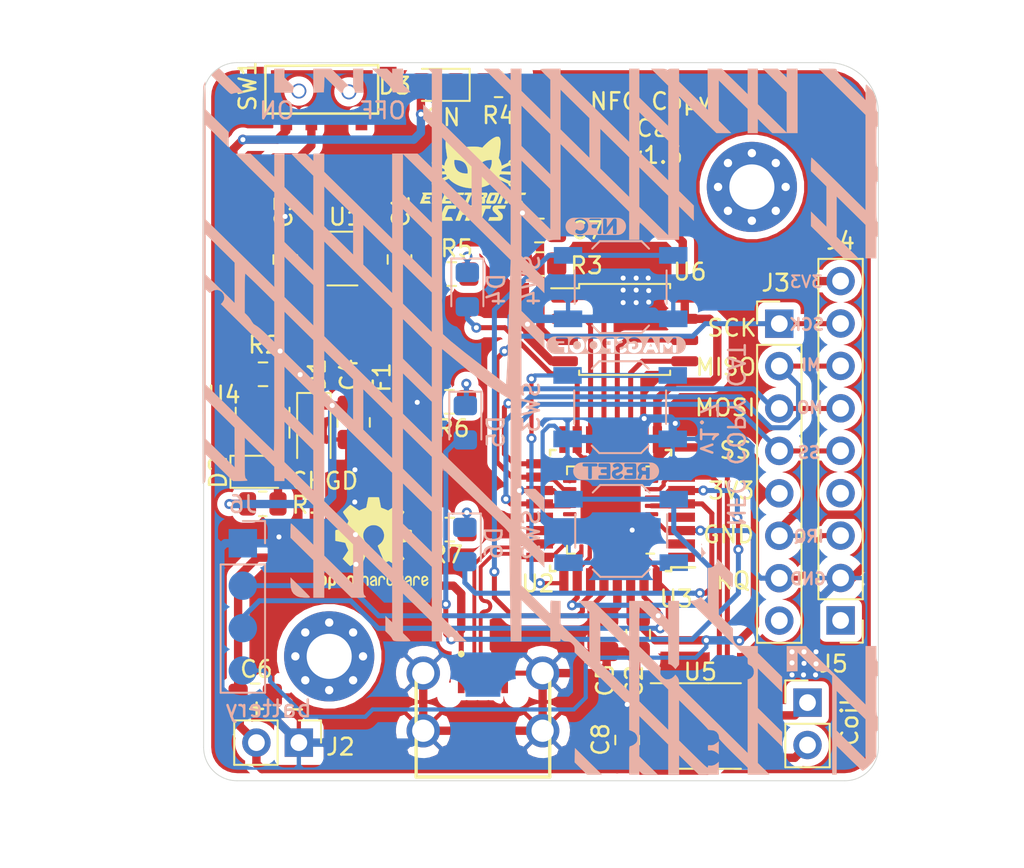
<source format=kicad_pcb>
(kicad_pcb (version 20221018) (generator pcbnew)
  (title_block (title "NFC Copy Cat") (date "2020-04-15") (rev "1.5") (company "Electronic Cats ") (comment 1 "Juan Eduardo Rangel") (comment 2 "Montserrat Figueroa") (comment 3 "Eduardo Contreras"))
  (layers (0 "F.Cu" signal) (31 "B.Cu" signal) (34 "B.Paste" user) (35 "F.Paste" user) (36 "B.SilkS" user "B.Silkscreen") (37 "F.SilkS" user "F.Silkscreen") (38 "B.Mask" user) (39 "F.Mask" user) (44 "Edge.Cuts" user))
  (net 0 "")
  (net 1 "+3V3")
  (net 2 "GND")
  (net 3 "VCC")
  (net 4 "Net-(D3-Pad1)")
  (net 5 "Net-(F1-Pad2)")
  (net 6 "/D-")
  (net 7 "/D+")
  (net 8 "Net-(J1-Pad4)")
  (net 9 "/SWDIO")
  (net 10 "/SWCLK")
  (net 11 "/13(SCK)")
  (net 12 "/12(MISO)")
  (net 13 "/11(MOSI)")
  (net 14 "/10(SS)")
  (net 15 "/IRQ")
  (net 16 "/OUTA")
  (net 17 "/OUTB")
  (net 18 "/RESET")
  (net 19 "Net-(U3-Pad1)")
  (net 20 "/IN_A")
  (net 21 "/IN_B")
  (net 22 "/SW1")
  (net 23 "/SW2")
  (net 24 "Net-(D4-Pad1)")
  (net 25 "+BATT")
  (net 26 "/LED1")
  (net 27 "/LED2")
  (net 28 "/LED3")
  (net 29 "Net-(D5-Pad1)")
  (net 30 "/RSTOUT")
  (net 31 "/SS1")
  (net 32 "/MISO1")
  (net 33 "/SCK1")
  (net 34 "/MOSI1")
  (net 35 "/VDDCORE")
  (net 36 "Net-(D2-Pad2)")
  (net 37 "Net-(D2-Pad1)")
  (net 38 "Net-(J3-Pad8)")
  (net 39 "Net-(J4-Pad1)")
  (net 40 "Net-(R2-Pad2)")
  (net 41 "Net-(U2-Pad22)")
  (net 42 "Net-(U2-Pad21)")
  (net 43 "Net-(U2-Pad16)")
  (net 44 "Net-(U2-Pad4)")
  (net 45 "Net-(U2-Pad2)")
  (net 46 "Net-(U2-Pad1)")
  (net 47 "Net-(U3-Pad22)")
  (net 48 "Net-(U3-Pad21)")
  (net 49 "Net-(U3-Pad16)")
  (net 50 "Net-(U3-Pad4)")
  (net 51 "Net-(U3-Pad2)")
  (net 52 "Net-(U5-Pad1)")
  (net 53 "Net-(U5-Pad8)")
  (net 54 "Net-(D6-Pad1)")
  (net 55 "Net-(C3-Pad1)")
  (footprint "MountingHole:MountingHole_2.7mm_M2.5_Pad_Via" (layer "F.Cu") (at 135.218109 84.75)
    (fp_text reference " ")
    (fp_text value "MountingHole_2.7mm_M2.5_Pad_Via")
  )
  (footprint "Connector_PinHeader_2.54mm:PinHeader_1x02_P2.54mm_Vertical" (layer "F.Cu") (at 133.4008 89.916 -90)
    (fp_text reference "J2")
    (fp_text value "Battery")
  )
  (footprint "Package_TO_SOT_SMD:SOT-23-5" (layer "F.Cu") (at 131.23 70.76 90)
    (fp_text reference "U4")
    (fp_text value "MCP73831-2-OT")
  )
  (footprint "Capacitor_SMD:C_0805_2012Metric_Pad1.15x1.40mm_HandSolder" (layer "F.Cu") (at 151.83 83.435 -90)
    (fp_text reference "C5")
    (fp_text value "1uf")
  )
  (footprint "Connector_PinHeader_2.54mm:PinHeader_1x09_P2.54mm_Vertical" (layer "F.Cu") (at 165.84 82.6 180)
    (fp_text reference "J4")
    (fp_text value "Adafruit NFC 1.0")
  )
  (footprint "Capacitor_SMD:C_0805_2012Metric_Pad1.15x1.40mm_HandSolder" (layer "F.Cu") (at 153.72 83.425 -90)
    (fp_text reference "C2")
    (fp_text value "0.1uf")
  )
  (footprint "Capacitor_SMD:C_0805_2012Metric_Pad1.15x1.40mm_HandSolder" (layer "F.Cu") (at 139.43 60.985 -90)
    (fp_text reference "C1")
    (fp_text value "10uf")
  )
  (footprint "Connector_PinHeader_2.54mm:PinHeader_1x08_P2.54mm_Vertical" (layer "F.Cu") (at 162.17 64.83)
    (fp_text reference "J3")
    (fp_text value "NFC Module V3")
  )
  (footprint "Resistor_SMD:R_0805_2012Metric_Pad1.15x1.40mm_HandSolder" (layer "F.Cu") (at 142.44 77.16 180)
    (fp_text reference "R7")
    (fp_text value "330")
  )
  (footprint "Capacitor_SMD:C_0805_2012Metric_Pad1.15x1.40mm_HandSolder" (layer "F.Cu") (at 136.42 70.74 -90)
    (fp_text reference "C4")
    (fp_text value "1uf")
  )
  (footprint "Package_TO_SOT_SMD:SOT-23-5_HandSoldering" (layer "F.Cu") (at 136.01 60.93)
    (fp_text reference "U1")
    (fp_text value "AP2112K-3.3TRG1")
  )
  (footprint "Package_SO:SOIC-8_5.23x5.23mm_P1.27mm" (layer "F.Cu") (at 152.91 65.175)
    (fp_text reference "U6")
    (fp_text value "GD25Q16C")
  )
  (footprint "Resistor_SMD:R_0805_2012Metric_Pad1.15x1.40mm_HandSolder" (layer "F.Cu") (at 147.815 61.26)
    (fp_text reference "R3")
    (fp_text value "10K")
  )
  (footprint "Capacitor_SMD:C_0805_2012Metric_Pad1.15x1.40mm_HandSolder" (layer "F.Cu") (at 132.59 60.99 90)
    (fp_text reference "C3")
    (fp_text value "10uf")
  )
  (footprint "Resistor_SMD:R_0805_2012Metric_Pad1.15x1.40mm_HandSolder" (layer "F.Cu") (at 131.255 67.86 180)
    (fp_text reference "R2")
    (fp_text value "2.2k")
  )
  (footprint "MountingHole:MountingHole_2.7mm_M2.5_Pad_Via" (layer "F.Cu") (at 160.528 56.642)
    (fp_text reference " ")
    (fp_text value "MountingHole_2.7mm_M2.5_Pad_Via")
  )
  (footprint "Connector_PinHeader_2.54mm:PinHeader_1x02_P2.54mm_Vertical" (layer "F.Cu") (at 163.86 87.52)
    (fp_text reference "J5")
    (fp_text value "Conn_01x02")
  )
  (footprint "Connectors:U254051N4BH806" (layer "F.Cu") (at 144.4244 88.2396)
    (fp_text reference "J1")
    (fp_text value "USB_B_Micro" hide)
  )
  (footprint "LED_SMD:LED_0805_2012Metric_Pad1.15x1.40mm_HandSolder" (layer "F.Cu") (at 131.165 73.7)
    (fp_text reference "D2")
    (fp_text value "LED")
  )
  (footprint "Capacitor_SMD:C_0805_2012Metric_Pad1.15x1.40mm_HandSolder" (layer "F.Cu") (at 153.06 89.76 90)
    (fp_text reference "C8")
    (fp_text value "10uf")
  )
  (footprint "Capacitor_SMD:C_0805_2012Metric_Pad1.15x1.40mm_HandSolder" (layer "F.Cu") (at 147.805 59.25 180)
    (fp_text reference "C7")
    (fp_text value "0.1uF")
  )
  (footprint "Resistor_SMD:R_0805_2012Metric_Pad1.15x1.40mm_HandSolder" (layer "F.Cu") (at 142.415 69.51 180)
    (fp_text reference "R6")
    (fp_text value "330")
  )
  (footprint "Package_DFN_QFN:QFN-32-1EP_5x5mm_P0.5mm_EP3.6x3.6mm" (layer "F.Cu") (at 152.07 75.99 180)
    (fp_text reference "U2")
    (fp_text value "ATSAMD21E18A")
  )
  (footprint "Package_QFP:TQFP-32_7x7mm_P0.8mm" (layer "F.Cu") (at 152.07 76.02 180)
    (fp_text reference "U3")
    (fp_text value "ATSAMD21E18A")
  )
  (footprint "Package_SO:SOIC-8_3.9x4.9mm_P1.27mm" (layer "F.Cu") (at 157.92 88.92)
    (fp_text reference "U5")
    (fp_text value "TC4424")
  )
  (footprint "Resistor_SMD:R_0805_2012Metric" (layer "F.Cu") (at 131.24 75.62)
    (fp_text reference "R1")
    (fp_text value "1k")
  )
  (footprint "Fuse:Fuse_0805_2012Metric_Pad1.15x1.40mm_HandSolder" (layer "F.Cu") (at 138.36 70.74 -90)
    (fp_text reference "F1")
    (fp_text value "Polyfuse")
  )
  (footprint "LED_SMD:LED_0805_2012Metric_Pad1.15x1.40mm_HandSolder" (layer "F.Cu") (at 141.77 50.53 180)
    (fp_text reference "D3")
    (fp_text value "LED")
  )
  (footprint "hardware:Micro_interruptor_SPDT" (layer "F.Cu") (at 138.65 49.55 -90)
    (fp_text reference "SW1")
    (fp_text value "ON/OFF")
  )
  (footprint "Resistor_SMD:R_0805_2012Metric" (layer "F.Cu") (at 145.36 50.53)
    (fp_text reference "R4")
    (fp_text value "330")
  )
  (footprint "Resistor_SMD:R_0805_2012Metric_Pad1.15x1.40mm_HandSolder" (layer "F.Cu") (at 142.555 61.86 180)
    (fp_text reference "R5")
    (fp_text value "330")
  )
  (footprint "Aesthetics:electronic_cats_logo_4x3" (layer "F.Cu") (at 143.83 56.15)
    (fp_text reference "G***" hide)
    (fp_text value "LOGO" hide)
  )
  (footprint "Symbol:OSHW-Logo2_7.3x6mm_SilkScreen" (layer "F.Cu") (at 137.88 77.98)
    (fp_text reference "REF**" hide)
    (fp_text value "OSHW-Logo2_7.3x6mm_SilkScreen" hide)
  )
  (footprint "Capacitor_SMD:C_0805_2012Metric_Pad1.15x1.40mm_HandSolder" (layer "F.Cu") (at 130.79 87.09)
    (fp_text reference "C6")
    (fp_text value "10uf")
  )
  (footprint "Diode_SMD:D_SOD-123" (layer "F.Cu") (at 134.3 71.23 -90)
    (fp_text reference "D1")
    (fp_text value "MBR120")
  )
  (footprint "LED_SMD:LED_0805_2012Metric_Pad1.15x1.40mm_HandSolder" (layer "B.Cu") (at 143.37 70.765 -90)
    (fp_text reference "D5")
    (fp_text value "LED")
  )
  (footprint "LED_SMD:LED_0805_2012Metric_Pad1.15x1.40mm_HandSolder" (layer "B.Cu") (at 143.34 78.055 -90)
    (fp_text reference "D6")
    (fp_text value "LED")
  )
  (footprint "Connector_PinHeader_2.54mm:PinHeader_1x04_P2.54mm_Vertical" (layer "B.Cu") (at 130.048 77.978 180)
    (fp_text reference "J6")
    (fp_text value "SWD")
  )
  (footprint "Aesthetics:nfc_front" (layer "B.Cu") (at 147.86 70.56 180)
    (fp_text reference "G***" hide)
    (fp_text value "LOGO" hide)
  )
  (footprint "Button_Switch_SMD:SW_SPST_TL3342" (layer "B.Cu") (at 152.7 77.24)
    (fp_text reference "SW2")
    (fp_text value "RST")
  )
  (footprint "Button_Switch_SMD:SW_SPST_TL3342" (layer "B.Cu") (at 152.67 62.64)
    (fp_text reference "SW4")
    (fp_text value "NFC")
  )
  (footprint "Button_Switch_SMD:SW_SPST_TL3342" (layer "B.Cu") (at 152.64 69.83)
    (fp_text reference "SW3")
    (fp_text value "Magspoof")
  )
  (footprint "LED_SMD:LED_0805_2012Metric_Pad1.15x1.40mm_HandSolder" (layer "B.Cu") (at 143.49 62.79 -90)
    (fp_text reference "D4")
    (fp_text value "LED")
  )
  (footprint "kibuzzard-6234C9F1" (layer "B.Cu") (at 152.4 66.1162 180)
    (fp_text reference "kibuzzard-6234C9F1" hide)
    (fp_text value "G***" hide)
  )
  (footprint "kibuzzard-6234C9FD" (layer "B.Cu") (at 151.1808 59.0042 180)
    (fp_text reference "kibuzzard-6234C9FD" hide)
    (fp_text value "G***" hide)
  )
  (footprint "kibuzzard-6234C9E0" (layer "B.Cu") (at 152.4 73.66 180)
    (fp_text reference "kibuzzard-6234C9E0" hide)
    (fp_text value "G***" hide)
  )
  (gr_line (start 166.1 92.2) (end 129.7 92.2) (stroke (width 0.05)) (layer "Edge.Cuts"))
  (gr_line (start 127.7 90.2) (end 127.7 51.2) (stroke (width 0.05)) (layer "Edge.Cuts"))
  (gr_line (start 168.1 52.2) (end 168.1 90.2) (stroke (width 0.05)) (layer "Edge.Cuts"))
  (gr_line (start 129.7 49.2) (end 165.1 49.2) (stroke (width 0.05)) (layer "Edge.Cuts"))
  (gr_arc (start 127.7 51.2) (mid 128.285786 49.785786) (end 129.7 49.2) (stroke (width 0.05)) (layer "Edge.Cuts"))
  (gr_arc (start 165.1 49.2) (mid 167.22132 50.07868) (end 168.1 52.2) (stroke (width 0.05)) (layer "Edge.Cuts"))
  (gr_arc (start 168.1 90.2) (mid 167.514214 91.614214) (end 166.1 92.2) (stroke (width 0.05)) (layer "Edge.Cuts"))
  (gr_arc (start 129.7 92.2) (mid 128.285786 91.614214) (end 127.7 90.2) (stroke (width 0.05)) (layer "Edge.Cuts"))
  (gr_text "OFF\n" (at 138.43 52.07) (layer "B.SilkS") (effects (font (size 1 1)) (justify mirror)))
  (gr_text "ON\n" (at 132.08 52.07) (layer "B.SilkS") (effects (font (size 1 1)) (justify mirror)))
  (gr_text "MO" (at 164 69.86) (layer "B.SilkS") (effects (font (size 0.7 0.7)) (justify mirror)))
  (gr_text "SCK" (at 163.81 64.88) (layer "B.SilkS") (effects (font (size 0.7 0.7)) (justify mirror)))
  (gr_text "3V3" (at 163.78 62.32) (layer "B.SilkS") (effects (font (size 0.7 0.7) (thickness 0.125)) (justify mirror)))
  (gr_text "IRQ" (at 163.94 77.57) (layer "B.SilkS") (effects (font (size 0.7 0.7)) (justify mirror)))
  (gr_text "battery" (at 131.58 87.88) (layer "B.SilkS") (effects (font (size 1 1)) (justify mirror)))
  (gr_text "SS" (at 163.95 72.55) (layer "B.SilkS") (effects (font (size 0.7 0.7)) (justify mirror)))
  (gr_text "NFC COPY CAT \nv1.7" (at 158.75 71.12 270) (layer "B.SilkS") (effects (font (size 1 1)) (justify mirror)))
  (gr_text "GND" (at 163.89 80.11) (layer "B.SilkS") (effects (font (size 0.7 0.7)) (justify mirror)))
  (gr_text "MI" (at 164.06 67.3) (layer "B.SilkS") (effects (font (size 0.7 0.7)) (justify mirror)))
  (gr_text "-" (at 133.2 88 180) (layer "F.SilkS") (effects (font (size 1 1))))
  (gr_text "MOSI" (at 158.93 69.86) (layer "F.SilkS") (effects (font (size 1 1))))
  (gr_text "SCK" (at 159.34 65.09) (layer "F.SilkS") (effects (font (size 1 1))))
  (gr_text "GND" (at 159.13 77.46) (layer "F.SilkS") (effects (font (size 1 1))))
  (gr_text "+" (at 130.8 87.9 90) (layer "F.SilkS") (effects (font (size 1 1))))
  (gr_text "NFC Copy \nCat\nv1.6" (at 154.83 53.13) (layer "F.SilkS") (effects (font (size 1 1))))
  (gr_text "SS" (at 159.54 72.41) (layer "F.SilkS") (effects (font (size 1 1))))
  (gr_text "CHGD" (at 134.93 74.25) (layer "F.SilkS") (effects (font (size 1 1))))
  (gr_text "MISO" (at 158.97 67.43) (layer "F.SilkS") (effects (font (size 1 1))))
  (gr_text "ON" (at 142.03 52.48) (layer "F.SilkS") (effects (font (size 1 1))))
  (gr_text "3V3" (at 159.3 74.83) (layer "F.SilkS") (effects (font (size 1 1))))
  (gr_text "IRQ" (at 159.17 80.22) (layer "F.SilkS") (effects (font (size 1 1))))
  (gr_text "Coil" (at 166.38 88.68 90) (layer "F.SilkS") (effects (font (size 1 1))))
  (segment (start 155.91 68.31) (end 158.16 68.31) (width 0.5) (layer "F.Cu") (net 1))
  (segment (start 158.16 68.31) (end 158.46 68.01) (width 0.5) (layer "F.Cu") (net 1))
  (segment (start 155.504998 72.24) (end 154.87 72.874998) (width 0.5) (layer "F.Cu") (net 1))
  (segment (start 139.46 59.93) (end 139.43 59.96) (width 0.5) (layer "F.Cu") (net 1))
  (segment (start 139.43 59.96) (end 144.53 59.96) (width 0.5) (layer "F.Cu") (net 1))
  (segment (start 153.27 79.534301) (end 153.27 80.27) (width 0.25) (layer "F.Cu") (net 1))
  (segment (start 154.87 73.07) (end 154.4 73.54) (width 0.5) (layer "F.Cu") (net 1))
  (segment (start 160.71 72.96) (end 159.99 72.24) (width 0.5) (layer "F.Cu") (net 1))
  (segment (start 156.51 63.27) (end 156.51 62.55) (width 0.5) (layer "F.Cu") (net 1))
  (segment (start 156.51 64.54) (end 156.51 63.27) (width 0.5) (layer "F.Cu") (net 1))
  (segment (start 144.53 59.96) (end 145.2 60.63) (width 0.5) (layer "F.Cu") (net 1))
  (segment (start 139.43 59.96) (end 137.38 59.96) (width 0.5) (layer "F.Cu") (net 1))
  (segment (start 156.39 62.43) (end 156.51 62.55) (width 0.5) (layer "F.Cu") (net 1))
  (segment (start 161.145 74.835) (end 161.3 74.99) (width 0.5) (layer "F.Cu") (net 1))
  (segment (start 160.71 75.27) (end 161.145 74.835) (width 0.5) (layer "F.Cu") (net 1))
  (segment (start 160.71 74.4) (end 160.71 75.27) (width 0.5) (layer "F.Cu") (net 1))
  (segment (start 146.79 61.26) (end 147.33 61.26) (width 0.5) (layer "F.Cu") (net 1))
  (segment (start 156.39 61.89) (end 156.78 62.28) (width 0.5) (layer "F.Cu") (net 1))
  (segment (start 155.7 59.25) (end 148.83 59.25) (width 0.5) (layer "F.Cu") (net 1))
  (segment (start 157.99 64.54) (end 156.51 64.54) (width 0.5) (layer "F.Cu") (net 1))
  (segment (start 155.34 72.24) (end 154.87 71.77) (width 0.5) (layer "F.Cu") (net 1))
  (segment (start 156.78 62.28) (end 165.84 62.28) (width 0.5) (layer "F.Cu") (net 1))
  (segment (start 147.86499 61.76499) (end 147.36 61.26) (width 0.5) (layer "F.Cu") (net 1))
  (segment (start 147.84 60.75) (end 147.84 59.61) (width 0.5) (layer "F.Cu") (net 1))
  (segment (start 159.99 72.24) (end 155.504998 72.24) (width 0.5) (layer "F.Cu") (net 1))
  (segment (start 154.4 73.54) (end 153.84501 73.54) (width 0.3) (layer "F.Cu") (net 1))
  (segment (start 160.71 82.89) (end 160.71 75.57) (width 0.5) (layer "F.Cu") (net 1))
  (segment (start 160.71 75.57) (end 160.72 75.57) (width 0.5) (layer "F.Cu") (net 1))
  (segment (start 156.39 61.89) (end 156.39 62.43) (width 0.5) (layer "F.Cu") (net 1))
  (segment (start 145.56 61.26) (end 145.2 60.9) (width 0.5) (layer "F.Cu") (net 1))
  (segment (start 159.78 83.82) (end 160.71 82.89) (width 0.5) (layer "F.Cu") (net 1))
  (segment (start 155.504998 72.24) (end 155.34 72.24) (width 0.5) (layer "F.Cu") (net 1))
  (segment (start 154.754256 83.79) (end 157.8 83.79) (width 0.5) (layer "F.Cu") (net 1))
  (segment (start 147.84 60.75) (end 147.84 60.9) (width 0.5) (layer "F.Cu") (net 1))
  (segment (start 147.33 61.26) (end 147.84 60.75) (width 0.5) (layer "F.Cu") (net 1))
  (segment (start 153.27 80.27) (end 153.27 81.95) (width 0.5) (layer "F.Cu") (net 1))
  (segment (start 147.86499 65.16499) (end 147.86499 61.76499) (width 0.5) (layer "F.Cu") (net 1))
  (segment (start 140.95 59.96) (end 139.43 59.96) (width 0.5) (layer "F.Cu") (net 1))
  (segment (start 156.39 61.89) (end 156.39 59.94) (width 0.5) (layer "F.Cu") (net 1))
  (segment (start 156.39 59.94) (end 155.7 59.25) (width 0.5) (layer "F.Cu") (net 1))
  (segment (start 145.2 60.9) (end 145.2 60.63) (width 0.5) (layer "F.Cu") (net 1))
  (segment (start 152.82 79.084301) (end 153.27 79.534301) (width 0.25) (layer "F.Cu") (net 1))
  (segment (start 153.27 81.95) (end 153.72 82.4) (width 0.5) (layer "F.Cu") (net 1))
  (segment (start 148.51 65.81) (end 147.86499 65.16499) (width 0.5) (layer "F.Cu") (net 1))
  (segment (start 156.51 62.55) (end 156.78 62.28) (width 0.5) (layer "F.Cu") (net 1))
  (segment (start 160.71 75.57) (end 160.71 75.27) (width 0.5) (layer "F.Cu") (net 1))
  (segment (start 153.72 82.4) (end 153.72 82.755744) (width 0.5) (layer "F.Cu") (net 1))
  (segment (start 147.86499 60.92499) (end 147.86499 61.76499) (width 0.5) (layer "F.Cu") (net 1))
  (segment (start 147.36 61.26) (end 146.79 61.26) (width 0.5) (layer "F.Cu") (net 1))
  (segment (start 148.2 59.25) (end 148.83 59.25) (width 0.5) (layer "F.Cu") (net 1))
  (segment (start 146.79 61.26) (end 145.56 61.26) (width 0.5) (layer "F.Cu") (net 1))
  (segment (start 137.38 59.96) (end 137.36 59.98) (width 0.5) (layer "F.Cu") (net 1))
  (segment (start 147.84 60.9) (end 147.86499 60.92499) (width 0.5) (layer "F.Cu") (net 1))
  (segment (start 154.87 72.874998) (end 154.87 73.07) (width 0.5) (layer "F.Cu") (net 1))
  (segment (start 160.72 75.57) (end 161.3 74.99) (width 0.5) (layer "F.Cu") (net 1))
  (segment (start 161.3 74.99) (end 162.17 74.99) (width 0.5) (layer "F.Cu") (net 1))
  (segment (start 152.82 78.44) (end 152.82 79.084301) (width 0.25) (layer "F.Cu") (net 1))
  (segment (start 158.46 68.01) (end 158.46 65.01) (width 0.5) (layer "F.Cu") (net 1))
  (segment (start 147.84 59.61) (end 148.2 59.25) (width 0.5) (layer "F.Cu") (net 1))
  (segment (start 160.71 74.4) (end 160.71 72.96) (width 0.5) (layer "F.Cu") (net 1))
  (segment (start 149.31 65.81) (end 148.51 65.81) (width 0.5) (layer "F.Cu") (net 1))
  (segment (start 154.87 71.77) (end 154.87 73.07) (width 0.5) (layer "F.Cu") (net 1))
  (segment (start 154.87 71.77) (end 154.87 69.35) (width 0.5) (layer "F.Cu") (net 1))
  (segment (start 158.46 65.01) (end 157.99 64.54) (width 0.5) (layer "F.Cu") (net 1))
  (segment (start 160.71 74.4) (end 161.145 74.835) (width 0.5) (layer "F.Cu") (net 1))
  (segment (start 153.72 82.755744) (end 154.754256 83.79) (width 0.5) (layer "F.Cu") (net 1))
  (segment (start 154.87 69.35) (end 155.91 68.31) (width 0.5) (layer "F.Cu") (net 1))
  (via (at 159.78 83.82) (size 0.6) (drill 0.3) (layers "F.Cu" "B.Cu") (net 1))
  (via (at 157.8 83.79) (size 0.6) (drill 0.3) (layers "F.Cu" "B.Cu") (net 1))
  (segment (start 137.38 88.37) (end 137.820401 87.929599) (width 0.25) (layer "B.Cu") (net 1))
  (segment (start 157.8 83.79) (end 159.75 83.79) (width 0.5) (layer "B.Cu") (net 1))
  (segment (start 150.58 85.28) (end 151.03 84.83) (width 0.25) (layer "B.Cu") (net 1))
  (segment (start 131.288 85.598) (end 131.68 85.99) (width 0.25) (layer "B.Cu") (net 1))
  (segment (start 130.048 85.598) (end 131.288 85.598) (width 0.25) (layer "B.Cu") (net 1))
  (segment (start 151.03 84.83) (end 157.17 84.83) (width 0.25) (layer "B.Cu") (net 1))
  (segment (start 157.8 84.2) (end 157.8 83.79) (width 0.25) (layer "B.Cu") (net 1))
  (segment (start 150.58 87.22) (end 150.58 85.28) (width 0.25) (layer "B.Cu") (net 1))
  (segment (start 159.75 83.79) (end 159.78 83.82) (width 0.5) (layer "B.Cu") (net 1))
  (segment (start 157.17 84.83) (end 157.8 84.2) (width 0.25) (layer "B.Cu") (net 1))
  (segment (start 149.870401 87.929599) (end 150.58 87.22) (width 0.25) (layer "B.Cu") (net 1))
  (segment (start 131.68 85.99) (end 131.68 86.24) (width 0.25) (layer "B.Cu") (net 1))
  (segment (start 131.68 86.24) (end 133.81 88.37) (width 0.25) (layer "B.Cu") (net 1))
  (segment (start 137.820401 87.929599) (end 149.870401 87.929599) (width 0.25) (layer "B.Cu") (net 1))
  (segment (start 133.81 88.37) (end 137.38 88.37) (width 0.25) (layer "B.Cu") (net 1))
  (segment (start 149.31 67.08) (end 148.527832 67.08) (width 0.5) (layer "F.Cu") (net 2))
  (segment (start 153.32 73.0557) (end 153.530699 72.845001) (width 0.25) (layer "F.Cu") (net 2))
  (segment (start 162.17 77.17) (end 163.070001 76.269999) (width 0.5) (layer "F.Cu") (net 2))
  (segment (start 153.530699 72.845001) (end 153.765001 72.845001) (width 0.25) (layer "F.Cu") (net 2))
  (segment (start 166.54 80.06) (end 165.84 80.06) (width 0.5) (layer "F.Cu") (net 2))
  (segment (start 152.82 62.1) (end 152.82 62.82) (width 0.5) (layer "F.Cu") (net 2))
  (segment (start 164.34 84.48) (end 163.65 85.17) (width 0.5) (layer "F.Cu") (net 2))
  (segment (start 146.78 58.21) (end 146.79 58.2) (width 0.5) (layer "F.Cu") (net 2))
  (segment (start 151.67 81.017166) (end 150.82999 81.857176) (width 0.3) (layer "F.Cu") (net 2))
  (segment (start 140.8494 89.2046) (end 140.8494 85.7546) (width 0.5) (layer "F.Cu") (net 2))
  (segment (start 132.28 67.86) (end 132.28 66.47) (width 0.5) (layer "F.Cu") (net 2))
  (segment (start 133.555 60.93) (end 134.66 60.93) (width 0.5) (layer "F.Cu") (net 2))
  (segment (start 164.34 85.23) (end 164.37 85.2) (width 0.5) (layer "F.Cu") (net 2))
  (segment (start 133.46 67.86) (end 133.48 67.88) (width 0.5) (layer "F.Cu") (net 2))
  (segment (start 132.59 58.42) (end 132.58 58.41) (width 0.5) (layer "F.Cu") (net 2))
  (segment (start 131.23 71.02) (end 131.23 68.02) (width 0.5) (layer "F.Cu") (net 2))
  (segment (start 154.29 62.1) (end 152.82 63.57) (width 0.5) (layer "F.Cu") (net 2))
  (segment (start 151.3654 85.7546) (end 151.83 85.29) (width 0.5) (layer "F.Cu") (net 2))
  (segment (start 153.06 88.735) (end 153.06 87.63) (width 0.5) (layer "F.Cu") (net 2))
  (segment (start 131.23 71.02) (end 130.94 70.73) (width 0.5) (layer "F.Cu") (net 2))
  (segment (start 136.42 73.24) (end 136.76 73.58) (width 0.5) (layer "F.Cu") (net 2))
  (segment (start 153.71 84.46) (end 153.72 84.45) (width 0.5) (layer "F.Cu") (net 2))
  (segment (start 154.07 71.77) (end 154.07 70.52) (width 0.5) (layer "F.Cu") (net 2))
  (segment (start 132.28 67.86) (end 133.46 67.86) (width 0.5) (layer "F.Cu") (net 2))
  (segment (start 162.17 77.53) (end 162.17 77.17) (width 0.5) (layer "F.Cu") (net 2))
  (segment (start 164.37 84.48) (end 164.34 84.48) (width 0.5) (layer "F.Cu") (net 2))
  (segment (start 154.07 72.540002) (end 154.07 71.77) (width 0.25) (layer "F.Cu") (net 2))
  (segment (start 152.07 75.99) (end 153.32 74.74) (width 0.3) (layer "F.Cu") (net 2))
  (segment (start 130.94 70.73) (end 129.1 70.73) (width 0.5) (layer "F.Cu") (net 2))
  (segment (start 153.32 74.74) (end 153.32 73.54) (width 0.3) (layer "F.Cu") (net 2))
  (segment (start 162.93 84.48) (end 163.65 84.48) (width 0.5) (layer "F.Cu") (net 2))
  (segment (start 164.34 85.86) (end 164.34 85.23) (width 0.5) (layer "F.Cu") (net 2))
  (segment (start 141.39 69.51) (end 140.52 69.51) (width 0.5) (layer "F.Cu") (net 2))
  (segment (start 154.07 70.52) (end 154.08 70.51) (width 0.5) (layer "F.Cu") (net 2))
  (segment (start 162.93 85.86) (end 163.62 85.86) (width 0.5) (layer "F.Cu") (net 2))
  (segment (start 150.82999 81.857176) (end 150.82999 84.19999) (width 0.3) (layer "F.Cu") (net 2))
  (segment (start 150.82999 84.19999) (end 151.09 84.46) (width 0.3) (layer "F.Cu") (net 2))
  (segment (start 131.23 71.86) (end 131.23 71.02) (width 0.5) (layer "F.Cu") (net 2))
  (segment (start 147.9994 85.7546) (end 147.9994 89.2046) (width 0.5) (layer "F.Cu") (net 2))
  (segment (start 147.091761 65.643929) (end 147.091761 64.861661) (width 0.5) (layer "F.Cu") (net 2))
  (segment (start 132.59 59.965) (end 132.59 58.42) (width 0.5) (layer "F.Cu") (net 2))
  (segment (start 131.23 68.02) (end 131.39 67.86) (width 0.5) (layer "F.Cu") (net 2))
  (segment (start 151.83 85.29) (end 151.83 84.46) (width 0.5) (layer "F.Cu") (net 2))
  (segment (start 147.9994 85.7546) (end 151.3654 85.7546) (width 0.5) (layer "F.Cu") (net 2))
  (segment (start 151.67 80.27) (end 151.67 81.017166) (width 0.3) (layer "F.Cu") (net 2))
  (segment (start 131.815 87.09) (end 131.815 88.3302) (width 0.5) (layer "F.Cu") (net 2))
  (segment (start 151.67 79.33) (end 151.67 80.27) (width 0.25) (layer "F.Cu") (net 2))
  (segment (start 146.78 59.25) (end 146.78 58.21) (width 0.5) (layer "F.Cu") (net 2))
  (segment (start 131.815 88.3302) (end 133.4008 89.916) (width 0.5) (layer "F.Cu") (net 2))
  (segment (start 151.82 78.44) (end 151.82 79.18) (width 0.25) (layer "F.Cu") (net 2))
  (segment (start 153.765001 72.845001) (end 154.07 72.540002) (width 0.25) (layer "F.Cu") (net 2))
  (segment (start 147.9994 89.2046) (end 140.8494 89.2046) (width 0.5) (layer "F.Cu") (net 2))
  (segment (start 148.527832 67.08) (end 147.091761 65.643929) (width 0.5) (layer "F.Cu") (net 2))
  (segment (start 167.37 79.23) (end 166.54 80.06) (width 0.5) (layer "F.Cu") (net 2))
  (segment (start 146.0244 85.7546) (end 145.7244 86.0546) (width 0.3) (layer "F.Cu") (net 2))
  (segment (start 166.809999 76.269999) (end 167.37 76.83) (width 0.5) (layer "F.Cu") (net 2))
  (segment (start 154.32 62.1) (end 154.29 62.1) (width 0.5) (layer "F.Cu") (net 2))
  (segment (start 140.52 69.51) (end 140.49 69.54) (width 0.5) (layer "F.Cu") (net 2))
  (segment (start 153.6 63.57) (end 153.63 63.57) (width 0.5) (layer "F.Cu") (net 2))
  (segment (start 153.63 63.57) (end 154.35 62.85) (width 0.5) (layer "F.Cu") (net 2))
  (segment (start 153.32 73.54) (end 153.32 73.0557) (width 0.25) (layer "F.Cu") (net 2))
  (segment (start 136.42 71.765) (end 136.42 73.24) (width 0.5) (layer "F.Cu") (net 2))
  (segment (start 151.82 78.44) (end 151.82 76.24) (width 0.25) (layer "F.Cu") (net 2))
  (segment (start 151.82 76.24) (end 152.07 75.99) (width 0.25) (layer "F.Cu") (net 2))
  (segment (start 153.06 89.19) (end 153.06 88.735) (width 0.5) (layer "F.Cu") (net 2))
  (segment (start 147.9994 85.7546) (end 146.0244 85.7546) (width 0.3) (layer "F.Cu") (net 2))
  (segment (start 136.75 77.42) (end 136.79 77.46) (width 0.5) (layer "F.Cu") (net 2))
  (segment (start 151.83 84.46) (end 153.71 84.46) (width 0.5) (layer "F.Cu") (net 2))
  (segment (start 136.75 75.51) (end 136.75 77.42) (width 0.5) (layer "F.Cu") (net 2))
  (segment (start 163.070001 76.269999) (end 166.809999 76.269999) (width 0.5) (layer "F.Cu") (net 2))
  (segment (start 132.59 59.965) (end 133.555 60.93) (width 0.5) (layer "F.Cu") (net 2))
  (segment (start 151.82 79.18) (end 151.67 79.33) (width 0.25) (layer "F.Cu") (net 2))
  (segment (start 167.37 76.83) (end 167.37 79.23) (width 0.5) (layer "F.Cu") (net 2))
  (segment (start 131.39 67.86) (end 132.28 67.86) (width 0.5) (layer "F.Cu") (net 2))
  (segment (start 155.445 89.555) (end 153.425 89.555) (width 0.5) (layer "F.Cu") (net 2))
  (segment (start 153.425 89.555) (end 153.06 89.19) (width 0.5) (layer "F.Cu") (net 2))
  (segment (start 151.09 84.46) (end 151.83 84.46) (width 0.3) (layer "F.Cu") (net 2))
  (via (at 153.6 62.82) (size 0.6) (drill 0.3) (layers "F.Cu" "B.Cu") (net 2))
  (via (at 154.35 63.54) (size 0.6) (drill 0.3) (layers "F.Cu" "B.Cu") (net 2))
  (via (at 140.49 69.54) (size 0.6) (drill 0.3) (layers "F.Cu" "B.Cu") (net 2))
  (via (at 163.65 84.48) (size 0.6) (drill 0.3) (layers "F.Cu" "B.Cu") (net 2))
  (via (at 132.28 66.47) (size 0.6) (drill 0.3) (layers "F.Cu" "B.Cu") (net 2))
  (via (at 153.6 62.1) (size 0.6) (drill 0.3) (layers "F.Cu" "B.Cu") (net 2))
  (via (at 133.48 67.88) (size 0.6) (drill 0.3) (layers "F.Cu" "B.Cu") (net 2))
  (via (at 136.75 75.51) (size 0.6) (drill 0.3) (layers "F.Cu" "B.Cu") (net 2))
  (via (at 162.93 85.14) (size 0.6) (drill 0.3) (layers "F.Cu" "B.Cu") (net 2))
  (via (at 155.94 70.8) (size 0.6) (drill 0.3) (layers "F.Cu" "B.Cu") (net 2))
  (via (at 147.091761 64.861661) (size 0.6) (drill 0.3) (layers "F.Cu" "B.Cu") (net 2))
  (via (at 153.36 77.19) (size 0.6) (drill 0.3) (layers "F.Cu" "B.Cu") (net 2))
  (via (at 152.82 63.57) (size 0.6) (drill 0.3) (layers "F.Cu" "B.Cu") (net 2))
  (via (at 152.82 62.82) (size 0.6) (drill 0.3) (layers "F.Cu" "B.Cu") (net 2))
  (via (at 136.79 77.46) (size 0.6) (drill 0.3) (layers "F.Cu" "B.Cu") (net 2))
  (via (at 163.62 85.86) (size 0.6) (drill 0.3) (layers "F.Cu" "B.Cu") (net 2))
  (via (at 164.37 84.48) (size 0.6) (drill 0.3) (layers "F.Cu" "B.Cu") (net 2))
  (via (at 164.34 85.86) (size 0.6) (drill 0.3) (layers "F.Cu" "B.Cu") (net 2))
  (via (at 164.37 85.2) (size 0.6) (drill 0.3) (layers "F.Cu" "B.Cu") (net 2))
  (via (at 162.93 85.86) (size 0.6) (drill 0.3) (layers "F.Cu" "B.Cu") (net 2))
  (via (at 136.76 73.58) (size 0.6) (drill 0.3) (layers "F.Cu" "B.Cu") (net 2))
  (via (at 152.82 62.1) (size 0.6) (drill 0.3) (layers "F.Cu" "B.Cu") (net 2))
  (via (at 146.79 58.2) (size 0.6) (drill 0.3) (layers "F.Cu" "B.Cu") (net 2))
  (via (at 154.32 62.1) (size 0.6) (drill 0.3) (layers "F.Cu" "B.Cu") (net 2))
  (via (at 162.93 84.48) (size 0.6) (drill 0.3) (layers "F.Cu" "B.Cu") (net 2))
  (via (at 136.82 79.24) (size 0.6) (drill 0.3) (layers "F.Cu" "B.Cu") (net 2))
  (via (at 132.21 77.6) (size 0.6) (drill 0.3) (layers "F.Cu" "B.Cu") (net 2))
  (via (at 153.6 63.57) (size 0.6) (drill 0.3) (layers "F.Cu" "B.Cu") (net 2))
  (via (at 132.58 58.41) (size 0.6) (drill 0.3) (layers "F.Cu" "B.Cu") (net 2))
  (via (at 154.08 70.51) (size 0.6) (drill 0.3) (layers "F.Cu" "B.Cu") (net 2))
  (via (at 154.35 62.85) (size 0.6) (drill 0.3) (layers "F.Cu" "B.Cu") (net 2))
  (via (at 153.06 87.63) (size 0.6) (drill 0.3) (layers "F.Cu" "B.Cu") (net 2))
  (via (at 163.65 85.17) (size 0.6) (drill 0.3) (layers "F.Cu" "B.Cu") (net 2))
  (segment (start 154.14 64.11) (end 153.6 63.57) (width 0.5) (layer "B.Cu") (net 2))
  (segment (start 136.76 75.5) (end 136.75 75.51) (width 0.5) (layer "B.Cu") (net 2))
  (segment (start 163.62 85.86) (end 164.34 85.86) (width 0.5) (layer "B.Cu") (net 2))
  (segment (start 155.85 79.15) (end 149.55 79.15) (width 0.25) (layer "B.Cu") (net 2))
  (segment (start 154.08 70.51) (end 155.65 70.51) (width 0.5) (layer "B.Cu") (net 2))
  (segment (start 133.4008 89.916) (end 140.138 89.916) (width 0.5) (layer "B.Cu") (net 2))
  (segment (start 128.7 87.69) (end 128.7 78.27) (width 0.5) (layer "B.Cu") (net 2))
  (segment (start 165.84 80.06) (end 164.37 81.53) (width 0.5) (layer "B.Cu") (net 2))
  (segment (start 163.68 85.2) (end 163.65 85.17) (width 0.5) (layer "B.Cu") (net 2))
  (segment (start 131.832 77.978) (end 132.21 77.6) (width 0.5) (layer "B.Cu") (net 2))
  (segment (start 148 71.32) (end 148.38 70.94) (width 0.25) (layer "B.Cu") (net 2))
  (segment (start 162.93 85.14) (end 162.93 85.86) (width 0.5) (layer "B.Cu") (net 2))
  (segment (start 154.65 64.11) (end 154.14 64.11) (width 0.5) (layer "B.Cu") (net 2))
  (segment (start 164.37 81.53) (end 164.37 84.48) (width 0.5) (layer "B.Cu") (net 2))
  (segment (start 136.79 77.46) (end 136.79 79.21) (width 0.5) (layer "B.Cu") (net 2))
  (segment (start 147.091761 64.861661) (end 147.413422 64.54) (width 0.5) (layer "B.Cu") (net 2))
  (segment (start 148.38 70.94) (end 148.7 70.94) (width 0.25) (layer "B.Cu") (net 2))
  (segment (start 149.55 79.14) (end 149.55 78.22) (width 0.25) (layer "B.Cu") (net 2))
  (segment (start 152.82 62.1) (end 152.91 62.1) (width 0.5) (layer "B.Cu") (net 2))
  (segment (start 152.91 62.1) (end 154.35 63.54) (width 0.5) (layer "B.Cu") (net 2))
  (segment (start 128.992 77.978) (end 130.048 77.978) (width 0.5) (layer "B.Cu") (net 2))
  (segment (start 133.4008 89.916) (end 131.1748 87.69) (width 0.5) (layer "B.Cu") (net 2))
  (segment (start 140.138 89.916) (end 140.8494 89.2046) (width 0.5) (layer "B.Cu") (net 2))
  (segment (start 130.048 77.978) (end 131.832 77.978) (width 0.5) (layer "B.Cu") (net 2))
  (segment (start 155.79 70.95) (end 155.94 70.8) (width 0.5) (layer "B.Cu") (net 2))
  (segment (start 148.7 70.94) (end 149.49 71.73) (width 0.25) (layer "B.Cu") (net 2))
  (segment (start 136.79 79.21) (end 136.82 79.24) (width 0.5) (layer "B.Cu") (net 2))
  (segment (start 149.42 64.44) (end 149.52 64.54) (width 0.5) (layer "B.Cu") (net 2))
  (segment (start 136.76 73.58) (end 136.76 75.5) (width 0.5) (layer "B.Cu") (net 2))
  (segment (start 155.79 71.73) (end 155.79 70.95) (width 0.5) (layer "B.Cu") (net 2))
  (segment (start 149.55 78.22) (end 148 76.67) (width 0.25) (layer "B.Cu") (net 2))
  (segment (start 155.65 70.51) (end 155.94 70.8) (width 0.5) (layer "B.Cu") (net 2))
  (segment (start 149.49 71.73) (end 155.79 71.73) (width 0.5) (layer "B.Cu") (net 2))
  (segment (start 149.52 64.54) (end 155.82 64.54) (width 0.5) (layer "B.Cu") (net 2))
  (segment (start 148 76.67) (end 148 71.32) (width 0.25) (layer "B.Cu") (net 2))
  (segment (start 155.82 64.54) (end 155.08 64.54) (width 0.5) (layer "B.Cu") (net 2))
  (segment (start 131.1748 87.69) (end 128.7 87.69) (width 0.5) (layer "B.Cu") (net 2))
  (segment (start 163.65 84.48) (end 164.37 84.48) (width 0.5) (layer "B.Cu") (net 2))
  (segment (start 155.08 64.54) (end 154.65 64.11) (width 0.5) (layer "B.Cu") (net 2))
  (segment (start 128.7 78.27) (end 128.992 77.978) (width 0.5) (layer "B.Cu") (net 2))
  (segment (start 164.37 85.2) (end 163.68 85.2) (width 0.5) (layer "B.Cu") (net 2))
  (segment (start 147.413422 64.54) (end 149.52 64.54) (width 0.5) (layer "B.Cu") (net 2))
  (segment (start 133.43 65.66) (end 130.5 65.66) (width 0.5) (layer "F.Cu") (net 3))
  (segment (start 134.45 69.73) (end 134.3 69.58) (width 0.5) (layer "F.Cu") (net 3))
  (segment (start 134.3 69.58) (end 134.3 66.53) (width 0.5) (layer "F.Cu") (net 3))
  (segment (start 140.71 52.29) (end 140.71 50.565) (width 0.5) (layer "F.Cu") (net 3))
  (segment (start 130.5 65.66) (end 129.48 64.64) (width 0.5) (layer "F.Cu") (net 3))
  (segment (start 134.3 69.58) (end 132.26 69.58) (width 0.5) (layer "F.Cu") (net 3))
  (segment (start 134.3 66.53) (end 133.43 65.66) (width 0.5) (layer "F.Cu") (net 3))
  (segment (start 132.26 69.58) (end 132.18 69.66) (width 0.5) (layer "F.Cu") (net 3))
  (segment (start 129.25 75.62) (end 129.24 75.63) (width 0.5) (layer "F.Cu") (net 3))
  (segment (start 132.65 53.278) (end 132.118 53.81) (width 0.5) (layer "F.Cu") (net 3))
  (segment (start 140.745 50.53) (end 140.745 50.635) (width 0.5) (layer "F.Cu") (net 3))
  (segment (start 138.36 69.715) (end 136.42 69.715) (width 0.5) (layer "F.Cu") (net 3))
  (segment (start 132.18 69.66) (end 134.015 69.66) (width 0.5) (layer "F.Cu") (net 3))
  (segment (start 129.48 64.64) (end 129.48 54.38) (width 0.5) (layer "F.Cu") (net 3))
  (segment (start 129.48 54.38) (end 130.05 53.81) (width 0.5) (layer "F.Cu") (net 3))
  (segment (start 132.118 53.81) (end 130.05 53.81) (width 0.5) (layer "F.Cu") (net 3))
  (segment (start 130.3275 75.62) (end 129.25 75.62) (width 0.5) (layer "F.Cu") (net 3))
  (segment (start 136.01 69.73) (end 135.4 69.73) (width 0.5) (layer "F.Cu") (net 3))
  (segment (start 135.4 69.73) (end 134.45 69.73) (width 0.5) (layer "F.Cu") (net 3))
  (segment (start 134.015 69.66) (end 134.07 69.715) (width 0.5) (layer "F.Cu") (net 3))
  (segment (start 140.71 50.565) (end 140.745 50.53) (width 0.5) (layer "F.Cu") (net 3))
  (segment (start 132.65 52.75) (end 132.65 53.278) (width 0.5) (layer "F.Cu") (net 3))
  (via (at 135.4 69.73) (size 0.6) (drill 0.3) (layers "F.Cu" "B.Cu") (net 3))
  (via (at 129.24 75.63) (size 0.6) (drill 0.3) (layers "F.Cu" "B.Cu") (net 3))
  (via (at 130.05 53.81) (size 0.6) (drill 0.3) (layers "F.Cu" "B.Cu") (net 3))
  (via (at 140.71 52.29) (size 0.6) (drill 0.3) (layers "F.Cu" "B.Cu") (net 3))
  (segment (start 135.4 75.18) (end 135.4 69.73) (width 0.5) (layer "B.Cu") (net 3))
  (segment (start 140.28 53.81) (end 140.71 53.38) (width 0.5) (layer "B.Cu") (net 3))
  (segment (start 129.24 75.63) (end 134.95 75.63) (width 0.5) (layer "B.Cu") (net 3))
  (segment (start 130.05 53.81) (end 140.28 53.81) (width 0.5) (layer "B.Cu") (net 3))
  (segment (start 140.71 53.38) (end 140.71 52.29) (width 0.5) (layer "B.Cu") (net 3))
  (segment (start 134.95 75.63) (end 135.4 75.18) (width 0.5) (layer "B.Cu") (net 3))
  (segment (start 142.795 50.53) (end 144.4475 50.53) (width 0.3) (layer "F.Cu") (net 4))
  (segment (start 139.86 80.52) (end 142.65 80.52) (width 0.5) (layer "F.Cu") (net 5))
  (segment (start 143.1244 80.9944) (end 143.1244 83.1656) (width 0.5) (layer "F.Cu") (net 5))
  (segment (start 143.1244 86.0546) (end 143.1244 83.1656) (width 0.3) (layer "F.Cu") (net 5))
  (segment (start 142.65 80.52) (end 143.1244 80.9944) (width 0.5) (layer "F.Cu") (net 5))
  (segment (start 138.36 79.02) (end 139.86 80.52) (width 0.5) (layer "F.Cu") (net 5))
  (segment (start 138.36 71.765) (end 138.36 79.02) (width 0.5) (layer "F.Cu") (net 5))
  (segment (start 148.570742 78.02) (end 148.081184 78.02) (width 0.2286) (layer "F.Cu") (net 6))
  (segment (start 143.7744 84.704599) (end 143.9089 84.570099) (width 0.2286) (layer "F.Cu") (net 6))
  (segment (start 147.82 78.02) (end 148.48 78.02) (width 0.2032) (layer "F.Cu") (net 6))
  (segment (start 148.95569 77.635052) (end 148.570742 78.02) (width 0.2286) (layer "F.Cu") (net 6))
  (segment (start 143.9089 84.570099) (end 143.9089 79.231692) (width 0.2286) (layer "F.Cu") (net 6))
  (segment (start 149.14713 77.35069) (end 148.95569 77.54213) (width 0.2286) (layer "F.Cu") (net 6))
  (segment (start 143.9089 79.231692) (end 144.911092 78.2295) (width 0.2286) (layer "F.Cu") (net 6))
  (segment (start 144.911092 78.2295) (end 146.410499 78.2295) (width 0.2286) (layer "F.Cu") (net 6))
  (segment (start 149.62 77.24) (end 149.50931 77.35069) (width 0.2286) (layer "F.Cu") (net 6))
  (segment (start 143.7744 86.0546) (end 143.7744 84.704599) (width 0.2286) (layer "F.Cu") (net 6))
  (segment (start 148.95569 77.54213) (end 148.95569 77.635052) (width 0.2286) (layer "F.Cu") (net 6))
  (segment (start 149.50931 77.35069) (end 149.14713 77.35069) (width 0.2286) (layer "F.Cu") (net 6))
  (segment (start 146.410499 78.2295) (end 146.619999 78.02) (width 0.2286) (layer "F.Cu") (net 6))
  (segment (start 148.081184 78.02) (end 147.82 78.02) (width 0.2286) (layer "F.Cu") (net 6))
  (segment (start 146.619999 78.02) (end 147.82 78.02) (width 0.2286) (layer "F.Cu") (net 6))
  (segment (start 144.802472 81.556073) (end 144.836744 81.610616) (width 0.2286) (layer "F.Cu") (net 7))
  (segment (start 144.641578 82.040552) (end 144.513554 82.054977) (width 0.2286) (layer "F.Cu") (net 7))
  (segment (start 146.410499 78.6105) (end 145.068908 78.6105) (width 0.2286) (layer "F.Cu") (net 7))
  (segment (start 144.756923 81.510524) (end 144.802472 81.556073) (width 0.2286) (layer "F.Cu") (net 7))
  (segment (start 144.35266 82.156073) (end 144.318388 82.210616) (width 0.2286) (layer "F.Cu") (net 7))
  (segment (start 144.318388 82.210616) (end 144.297113 82.271418) (width 0.2286) (layer "F.Cu") (net 7))
  (segment (start 144.70238 81.476252) (end 144.756923 81.510524) (width 0.2286) (layer "F.Cu") (net 7))
  (segment (start 149.62 77.74) (end 148.54 78.82) (width 0.2286) (layer "F.Cu") (net 7))
  (segment (start 144.641578 81.454977) (end 144.70238 81.476252) (width 0.2286) (layer "F.Cu") (net 7))
  (segment (start 148.54 78.82) (end 147.82 78.82) (width 0.2286) (layer "F.Cu") (net 7))
  (segment (start 144.297113 82.271418) (end 144.2899 82.33543) (width 0.2286) (layer "F.Cu") (net 7))
  (segment (start 145.068908 78.6105) (end 144.2899 79.389508) (width 0.2286) (layer "F.Cu") (net 7))
  (segment (start 144.865231 81.7601) (end 144.858019 81.824111) (width 0.2286) (layer "F.Cu") (net 7))
  (segment (start 144.2899 82.33543) (end 144.2899 84.570099) (width 0.2286) (layer "F.Cu") (net 7))
  (segment (start 144.802472 81.939456) (end 144.756923 81.985005) (width 0.2286) (layer "F.Cu") (net 7))
  (segment (start 144.398209 81.385005) (end 144.452752 81.419277) (width 0.2286) (layer "F.Cu") (net 7))
  (segment (start 144.452752 82.076252) (end 144.398209 82.110524) (width 0.2286) (layer "F.Cu") (net 7))
  (segment (start 144.513554 81.440552) (end 144.641578 81.454977) (width 0.2286) (layer "F.Cu") (net 7))
  (segment (start 144.865231 81.73543) (end 144.865231 81.7601) (width 0.2286) (layer "F.Cu") (net 7))
  (segment (start 144.858019 81.671418) (end 144.865231 81.73543) (width 0.2286) (layer "F.Cu") (net 7))
  (segment (start 144.35266 81.339456) (end 144.398209 81.385005) (width 0.2286) (layer "F.Cu") (net 7))
  (segment (start 144.2899 81.1601) (end 144.297113 81.224111) (width 0.2286) (layer "F.Cu") (net 7))
  (segment (start 144.836744 81.884913) (end 144.802472 81.939456) (width 0.2286) (layer "F.Cu") (net 7))
  (segment (start 144.452752 81.419277) (end 144.513554 81.440552) (width 0.2286) (layer "F.Cu") (net 7))
  (segment (start 144.398209 82.110524) (end 144.35266 82.156073) (width 0.2286) (layer "F.Cu") (net 7))
  (segment (start 144.513554 82.054977) (end 144.452752 82.076252) (width 0.2286) (layer "F.Cu") (net 7))
  (segment (start 144.858019 81.824111) (end 144.836744 81.884913) (width 0.2286) (layer "F.Cu") (net 7))
  (segment (start 144.4244 84.704599) (end 144.4244 86.0546) (width 0.2286) (layer "F.Cu") (net 7))
  (segment (start 144.2899 84.570099) (end 144.4244 84.704599) (width 0.2286) (layer "F.Cu") (net 7))
  (segment (start 147.82 78.82) (end 146.619999 78.82) (width 0.2286) (layer "F.Cu") (net 7))
  (segment (start 144.318388 81.284913) (end 144.35266 81.339456) (width 0.2286) (layer "F.Cu") (net 7))
  (segment (start 144.297113 81.224111) (end 144.318388 81.284913) (width 0.2286) (layer "F.Cu") (net 7))
  (segment (start 144.756923 81.985005) (end 144.70238 82.019277) (width 0.2286) (layer "F.Cu") (net 7))
  (segment (start 146.619999 78.82) (end 146.410499 78.6105) (width 0.2286) (layer "F.Cu") (net 7))
  (segment (start 144.70238 82.019277) (end 144.641578 82.040552) (width 0.2286) (layer "F.Cu") (net 7))
  (segment (start 144.2899 79.389508) (end 144.2899 81.1601) (width 0.2286) (layer "F.Cu") (net 7))
  (segment (start 144.836744 81.610616) (end 144.858019 81.671418) (width 0.2286) (layer "F.Cu") (net 7))
  (segment (start 155.520001 82.589999) (end 155.04 83.07) (width 0.3) (layer "F.Cu") (net 9))
  (segment (start 154.87 80.27) (end 155.520001 80.920001) (width 0.3) (layer "F.Cu") (net 9))
  (segment (start 153.82 78.44) (end 154.87 79.49) (width 0.25) (layer "F.Cu") (net 9))
  (segment (start 154.87 79.49) (end 154.87 80.27) (width 0.25) (layer "F.Cu") (net 9))
  (segment (start 155.520001 80.920001) (end 155.520001 82.589999) (width 0.3) (layer "F.Cu") (net 9))
  (via (at 155.04 83.07) (size 0.6) (drill 0.3) (layers "F.Cu" "B.Cu") (net 9))
  (segment (start 130.048 83.058) (end 130.048 82.412) (width 0.3) (layer "B.Cu") (net 9))
  (segment (start 130.048 82.412) (end 131.04 81.42) (width 0.3) (layer "B.Cu") (net 9))
  (segment (start 136.5 81.42) (end 138.15 83.07) (width 0.3) (layer "B.Cu") (net 9))
  (segment (start 131.04 81.42) (end 136.5 81.42) (width 0.3) (layer "B.Cu") (net 9))
  (segment (start 138.15 83.07) (end 155.04 83.07) (width 0.3) (layer "B.Cu") (net 9))
  (segment (start 153.32 78.89) (end 153.624999 79.194999) (width 0.25) (layer "F.Cu") (net 10))
  (segment (start 154.07 81.197166) (end 154.92 82.047166) (width 0.3) (layer "F.Cu") (net 10))
  (segment (start 154.07 80.27) (end 154.07 81.197166) (width 0.3) (layer "F.Cu") (net 10))
  (segment (start 154.045728 79.475726) (end 154.045728 80.245728) (width 0.25) (layer "F.Cu") (net 10))
  (segment (start 153.624999 79.194999) (end 153.765001 79.194999) (width 0.25) (layer "F.Cu") (net 10))
  (segment (start 154.92 82.047166) (end 154.92 82.32) (width 0.3) (layer "F.Cu") (net 10))
  (segment (start 153.765001 79.194999) (end 154.045728 79.475726) (width 0.25) (layer "F.Cu") (net 10))
  (segment (start 153.32 78.44) (end 153.32 78.89) (width 0.25) (layer "F.Cu") (net 10))
  (via (at 154.92 82.32) (size 0.6) (drill 0.3) (layers "F.Cu" "B.Cu") (net 10))
  (segment (start 136.378 80.518) (end 138.18 82.32) (width 0.3) (layer "B.Cu") (net 10))
  (segment (start 138.18 82.32) (end 154.92 82.32) (width 0.3) (layer "B.Cu") (net 10))
  (segment (start 130.048 80.518) (end 136.378 80.518) (width 0.3) (layer "B.Cu") (net 10))
  (segment (start 145.26 66.93) (end 145.71 66.48) (width 0.3) (layer "F.Cu") (net 11))
  (segment (start 149.242688 74.74) (end 149.62 74.74) (width 0.25) (layer "F.Cu") (net 11))
  (segment (start 148.522688 74.02) (end 149.242688 74.74) (width 0.25) (layer "F.Cu") (net 11))
  (segment (start 145.26 73.11) (end 145.26 66.93) (width 0.3) (layer "F.Cu") (net 11))
  (segment (start 162.17 64.83) (end 165.83 64.83) (width 0.3) (layer "F.Cu") (net 11))
  (segment (start 146.17 74.02) (end 145.26 73.11) (width 0.3) (layer "F.Cu") (net 11))
  (segment (start 147.82 74.02) (end 148.522688 74.02) (width 0.25) (layer "F.Cu") (net 11))
  (segment (start 165.83 64.83) (end 165.84 64.82) (width 0.3) (layer "F.Cu") (net 11))
  (segment (start 147.82 74.02) (end 146.17 74.02) (width 0.3) (layer "F.Cu") (net 11))
  (via (at 145.71 66.48) (size 0.6) (drill 0.3) (layers "F.Cu" "B.Cu") (net 11))
  (segment (start 145.71 66.48) (end 146.61 65.58) (width 0.3) (layer "B.Cu") (net 11))
  (segment (start 156.99 65.58) (end 157.74 64.83) (width 0.3) (layer "B.Cu") (net 11))
  (segment (start 157.74 64.83) (end 162.17 64.83) (width 0.3) (layer "B.Cu") (net 11))
  (segment (start 146.61 65.58) (end 156.99 65.58) (width 0.3) (layer "B.Cu") (net 11))
  (segment (start 165.83 67.37) (end 165.84 67.36) (width 0.3) (layer "F.Cu") (net 12))
  (segment (start 147.94 75.74) (end 147.82 75.62) (width 0.3) (layer "F.Cu") (net 12))
  (segment (start 147.82 75.62) (end 146.09 75.62) (width 0.3) (layer "F.Cu") (net 12))
  (segment (start 162.17 67.37) (end 165.83 67.37) (width 0.3) (layer "F.Cu") (net 12))
  (segment (start 149.62 75.74) (end 147.94 75.74) (width 0.3) (layer "F.Cu") (net 12))
  (segment (start 146.09 75.62) (end 145.8 75.33) (width 0.3) (layer "F.Cu") (net 12))
  (via (at 145.8 75.33) (size 0.6) (drill 0.3) (layers "F.Cu" "B.Cu") (net 12))
  (segment (start 159.81 69.21) (end 147.228002 69.21) (width 0.3) (layer "B.Cu") (net 12))
  (segment (start 163.320001 70.462001) (end 162.722001 71.060001) (width 0.3) (layer "B.Cu") (net 12))
  (segment (start 162.722001 71.060001) (end 161.660001 71.060001) (width 0.3) (layer "B.Cu") (net 12))
  (segment (start 147.228002 69.21) (end 145.8 70.638002) (width 0.3) (layer "B.Cu") (net 12))
  (segment (start 145.8 70.638002) (end 145.8 72.81) (width 0.3) (layer "B.Cu") (net 12))
  (segment (start 162.17 67.37) (end 163.320001 68.520001) (width 0.3) (layer "B.Cu") (net 12))
  (segment (start 161.660001 71.060001) (end 159.81 69.21) (width 0.3) (layer "B.Cu") (net 12))
  (segment (start 145.8 72.81) (end 145.8 75.33) (width 0.3) (layer "B.Cu") (net 12))
  (segment (start 163.320001 68.520001) (end 163.320001 70.462001) (width 0.3) (layer "B.Cu") (net 12))
  (segment (start 147.82 73.22) (end 146.3 73.22) (width 0.3) (layer "F.Cu") (net 13))
  (segment (start 149.62 73.96) (end 148.88 73.22) (width 0.3) (layer "F.Cu") (net 13))
  (segment (start 147.82 73.22) (end 148.88 73.22) (width 0.3) (layer "F.Cu") (net 13))
  (segment (start 149.62 74.24) (end 149.62 73.96) (width 0.3) (layer "F.Cu") (net 13))
  (segment (start 145.71001 69.83999) (end 145.95 69.6) (width 0.3) (layer "F.Cu") (net 13))
  (segment (start 162.17 69.91) (end 165.83 69.91) (width 0.3) (layer "F.Cu") (net 13))
  (segment (start 145.71001 72.63001) (end 145.71001 69.83999) (width 0.3) (layer "F.Cu") (net 13))
  (segment (start 165.83 69.91) (end 165.84 69.9) (width 0.3) (layer "F.Cu") (net 13))
  (segment (start 146.3 73.22) (end 145.71001 72.63001) (width 0.3) (layer "F.Cu") (net 13))
  (via (at 145.95 69.6) (size 0.6) (drill 0.3) (layers "F.Cu" "B.Cu") (net 13))
  (segment (start 146.82 68.73) (end 145.95 69.6) (width 0.3) (layer "B.Cu") (net 13))
  (segment (start 162.17 69.91) (end 161.8 69.91) (width 0.3) (layer "B.Cu") (net 13))
  (segment (start 161.8 69.91) (end 160.62 68.73) (width 0.3) (layer "B.Cu") (net 13))
  (segment (start 160.62 68.73) (end 146.82 68.73) (width 0.3) (layer "B.Cu") (net 13))
  (segment (start 165.83 72.45) (end 165.84 72.44) (width 0.3) (layer "F.Cu") (net 14))
  (segment (start 162.17 72.45) (end 165.83 72.45) (width 0.3) (layer "F.Cu") (net 14))
  (segment (start 149.055002 75.24) (end 148.635002 74.82) (width 0.3) (layer "F.Cu") (net 14))
  (segment (start 147.82 74.82) (end 146.61 74.82) (width 0.3) (layer "F.Cu") (net 14))
  (segment (start 148.635002 74.82) (end 147.82 74.82) (width 0.3) (layer "F.Cu") (net 14))
  (segment (start 149.62 75.24) (end 149.055002 75.24) (width 0.3) (layer "F.Cu") (net 14))
  (via (at 146.61 74.82) (size 0.6) (drill 0.3) (layers "F.Cu" "B.Cu") (net 14))
  (segment (start 159.38001 69.66001) (end 147.74999 69.66001) (width 0.3) (layer "B.Cu") (net 14))
  (segment (start 162.17 72.45) (end 159.38001 69.66001) (width 0.3) (layer "B.Cu") (net 14))
  (segment (start 146.25001 74.46001) (end 146.61 74.82) (width 0.3) (layer "B.Cu") (net 14))
  (segment (start 147.74999 69.66001) (end 146.25001 71.15999) (width 0.3) (layer "B.Cu") (net 14))
  (segment (start 146.25001 71.15999) (end 146.25001 74.46001) (width 0.3) (layer "B.Cu") (net 14))
  (segment (start 156.32 77.22) (end 157.44 77.22) (width 0.3) (layer "F.Cu") (net 15))
  (segment (start 164.25 78) (end 164.73 77.52) (width 0.3) (layer "F.Cu") (net 15))
  (segment (start 162.17 80.07) (end 163.41 80.07) (width 0.3) (layer "F.Cu") (net 15))
  (segment (start 164.25 79.23) (end 164.25 78) (width 0.3) (layer "F.Cu") (net 15))
  (segment (start 163.41 80.07) (end 164.25 79.23) (width 0.3) (layer "F.Cu") (net 15))
  (segment (start 155.377312 77.22) (end 156.32 77.22) (width 0.25) (layer "F.Cu") (net 15))
  (segment (start 154.52 76.74) (end 154.897312 76.74) (width 0.25) (layer "F.Cu") (net 15))
  (segment (start 154.897312 76.74) (end 155.377312 77.22) (width 0.25) (layer "F.Cu") (net 15))
  (segment (start 164.73 77.52) (end 165.84 77.52) (width 0.3) (layer "F.Cu") (net 15))
  (via (at 157.44 77.22) (size 0.6) (drill 0.3) (layers "F.Cu" "B.Cu") (net 15))
  (segment (start 160.62 79.62) (end 161.07 80.07) (width 0.3) (layer "B.Cu") (net 15))
  (segment (start 160.35 77.22) (end 160.62 77.49) (width 0.3) (layer "B.Cu") (net 15))
  (segment (start 157.44 77.22) (end 160.35 77.22) (width 0.3) (layer "B.Cu") (net 15))
  (segment (start 161.07 80.07) (end 162.17 80.07) (width 0.3) (layer "B.Cu") (net 15))
  (segment (start 160.62 77.49) (end 160.62 79.62) (width 0.3) (layer "B.Cu") (net 15))
  (segment (start 160.395 88.285) (end 163.095 88.285) (width 0.5) (layer "F.Cu") (net 16))
  (segment (start 163.095 88.285) (end 163.86 87.52) (width 0.5) (layer "F.Cu") (net 16))
  (segment (start 160.395 90.825) (end 163.095 90.825) (width 0.5) (layer "F.Cu") (net 17))
  (segment (start 163.095 90.825) (end 163.86 90.06) (width 0.5) (layer "F.Cu") (net 17))
  (segment (start 150.82 78.84) (end 150.07 79.59) (width 0.25) (layer "F.Cu") (net 18))
  (segment (start 150.07 81.23) (end 150.07 80.27) (width 0.3) (layer "F.Cu") (net 18))
  (segment (start 150.82 78.44) (end 150.82 78.84) (width 0.25) (layer "F.Cu") (net 18))
  (segment (start 149.76 81.69) (end 149.76 81.54) (width 0.3) (layer "F.Cu") (net 18))
  (segment (start 150.07 79.59) (end 150.07 80.27) (width 0.25) (layer "F.Cu") (net 18))
  (segment (start 149.76 81.54) (end 150.07 81.23) (width 0.3) (layer "F.Cu") (net 18))
  (via (at 149.76 81.69) (size 0.6) (drill 0.3) (layers "F.Cu" "B.Cu") (net 18))
  (segment (start 157.578002 81.69) (end 149.76 81.69) (width 0.3) (layer "B.Cu") (net 18))
  (segment (start 158.010001 81.258001) (end 157.578002 81.69) (width 0.3) (layer "B.Cu") (net 18))
  (segment (start 158.010001 79.409999) (end 158.010001 81.258001) (width 0.3) (layer "B.Cu") (net 18))
  (segment (start 155.85 75.34) (end 155.85 77.249998) (width 0.3) (layer "B.Cu") (net 18))
  (segment (start 149.55 75.34) (end 155.85 75.34) (width 0.3) (layer "B.Cu") (net 18))
  (segment (start 155.85 77.249998) (end 158.010001 79.409999) (width 0.3) (layer "B.Cu") (net 18))
  (segment (start 155.244999 74.324999) (end 155.549998 74.02) (width 0.25) (layer "F.Cu") (net 20))
  (segment (start 157.955 88.285) (end 155.445 88.285) (width 0.3) (layer "F.Cu") (net 20))
  (segment (start 155.244999 74.503604) (end 155.244999 74.324999) (width 0.25) (layer "F.Cu") (net 20))
  (segment (start 155.008603 74.74) (end 155.244999 74.503604) (width 0.25) (layer "F.Cu") (net 20))
  (segment (start 154.52 74.74) (end 155.008603 74.74) (width 0.25) (layer "F.Cu") (net 20))
  (segment (start 155.549998 74.02) (end 156.32 74.02) (width 0.25) (layer "F.Cu") (net 20))
  (segment (start 158.14 74.02) (end 158.58 74.46) (width 0.3) (layer "F.Cu") (net 20))
  (segment (start 158.58 87.66) (end 157.955 88.285) (width 0.3) (layer "F.Cu") (net 20))
  (segment (start 158.58 74.46) (end 158.58 87.66) (width 0.3) (layer "F.Cu") (net 20))
  (segment (start 156.32 74.02) (end 158.14 74.02) (width 0.3) (layer "F.Cu") (net 20))
  (segment (start 159.06 73.77) (end 158.51 73.22) (width 0.3) (layer "F.Cu") (net 21))
  (segment (start 159.06 89.55) (end 159.06 73.77) (width 0.3) (layer "F.Cu") (net 21))
  (segment (start 157.785 90.825) (end 159.06 89.55) (width 0.3) (layer "F.Cu") (net 21))
  (segment (start 154.52 74.24) (end 155.54 73.22) (width 0.25) (layer "F.Cu") (net 21))
  (segment (start 155.54 73.22) (end 156.32 73.22) (width 0.25) (layer "F.Cu") (net 21))
  (segment (start 155.445 90.825) (end 157.785 90.825) (width 0.3) (layer "F.Cu") (net 21))
  (segment (start 158.51 73.22) (end 156.32 73.22) (width 0.3) (layer "F.Cu") (net 21))
  (segment (start 147.84 80.37) (end 149.17 80.37) (width 0.25) (layer "F.Cu") (net 22))
  (segment (start 147.33 68.13) (end 147.33 71.7) (width 0.25) (layer "F.Cu") (net 22))
  (segment (start 149.27 80.27) (end 149.27 79.49) (width 0.25) (layer "F.Cu") (net 22))
  (segment (start 149.17 80.37) (end 149.27 80.27) (width 0.25) (layer "F.Cu") (net 22))
  (segment (start 149.27 79.49) (end 150.32 78.44) (width 0.25) (layer "F.Cu") (net 22))
  (segment (start 149.14 80.4) (end 149.27 80.27) (width 0.3) (layer "F.Cu") (net 22))
  (via (at 147.33 71.7) (size 0.6) (drill 0.3) (layers "F.Cu" "B.Cu") (net 22))
  (via (at 147.33 68.13) (size 0.6) (drill 0.3) (layers "F.Cu" "B.Cu") (net 22))
  (via (at 147.84 80.37) (size 0.6) (drill 0.3) (layers "F.Cu" "B.Cu") (net 22))
  (segment (start 147.33 80.07) (end 147.63 80.37) (width 0.25) (layer "B.Cu") (net 22))
  (segment (start 149.49 67.93) (end 155.79 67.93) (width 0.3) (layer "B.Cu") (net 22))
  (segment (start 147.53 67.93) (end 147.33 68.13) (width 0.25) (layer "B.Cu") (net 22))
  (segment (start 147.63 80.37) (end 147.84 80.37) (width 0.25) (layer "B.Cu") (net 22))
  (segment (start 147.33 71.7) (end 147.33 80.07) (width 0.25) (layer "B.Cu") (net 22))
  (segment (start 149.49 67.93) (end 147.53 67.93) (width 0.25) (layer "B.Cu") (net 22))
  (segment (start 150.37998 82.06002) (end 150.37998 81.55643) (width 0.3) (layer "F.Cu") (net 23))
  (segment (start 150.87 79.499998) (end 150.87 80.27) (width 0.25) (layer "F.Cu") (net 23))
  (segment (start 151.32 78.44) (end 151.32 79.049998) (width 0.25) (layer "F.Cu") (net 23))
  (segment (start 150.87 81.06641) (end 150.87 80.27) (width 0.3) (layer "F.Cu") (net 23))
  (segment (start 150.12 82.32) (end 150.37998 82.06002) (width 0.3) (layer "F.Cu") (net 23))
  (segment (start 145.109998 81.239998) (end 146.19 82.32) (width 0.3) (layer "F.Cu") (net 23))
  (segment (start 150.87 80.27) (end 150.87 81.085002) (width 0.3) (layer "F.Cu") (net 23))
  (segment (start 150.37998 81.55643) (end 150.87 81.06641) (width 0.3) (layer "F.Cu") (net 23))
  (segment (start 151.32 79.049998) (end 150.87 79.499998) (width 0.25) (layer "F.Cu") (net 23))
  (segment (start 146.19 82.32) (end 150.12 82.32) (width 0.3) (layer "F.Cu") (net 23))
  (segment (start 145.109998 79.68) (end 145.109998 81.239998) (width 0.3) (layer "F.Cu") (net 23))
  (via (at 145.109998 79.68) (size 0.6) (drill 0.3) (layers "F.Cu" "B.Cu") (net 23))
  (segment (start 149.52 60.74) (end 155.82 60.74) (width 0.3) (layer "B.Cu") (net 23))
  (segment (start 148.37 60.74) (end 145.109998 64.000002) (width 0.3) (layer "B.Cu") (net 23))
  (segment (start 149.52 60.74) (end 148.37 60.74) (width 0.3) (layer "B.Cu") (net 23))
  (segment (start 145.109998 64.000002) (end 145.109998 79.68) (width 0.3) (layer "B.Cu") (net 23))
  (segment (start 143.49 61.77) (end 143.58 61.86) (width 0.3) (layer "F.Cu") (net 24))
  (segment (start 143.49 60.81) (end 143.49 61.77) (width 0.3) (layer "F.Cu") (net 24))
  (via (at 143.49 60.81) (size 0.6) (drill 0.3) (layers "F.Cu" "B.Cu") (net 24))
  (segment (start 143.49 61.765) (end 143.49 60.81) (width 0.3) (layer "B.Cu") (net 24))
  (segment (start 130.91 78.84) (end 133.47 78.84) (width 0.5) (layer "F.Cu") (net 25))
  (segment (start 130.8608 91.1708) (end 130.8608 89.916) (width 0.5) (layer "F.Cu") (net 25))
  (segment (start 134.3 78.01) (end 134.3 72.88) (width 0.5) (layer "F.Cu") (net 25))
  (segment (start 153.775 91.5) (end 153.80001 91.52501) (width 0.5) (layer "F.Cu") (net 25))
  (segment (start 152.46 91.5) (end 153.775 91.5) (width 0.5) (layer "F.Cu") (net 25))
  (segment (start 160.395 89.555) (end 159.895 89.555) (width 0.5) (layer "F.Cu") (net 25))
  (segment (start 134.3 72.88) (end 134.3 72.34) (width 0.5) (layer "F.Cu") (net 25))
  (segment (start 129.765 79.985) (end 130.91 78.84) (width 0.5) (layer "F.Cu") (net 25))
  (segment (start 134.3 72.34) (end 133.82 71.86) (width 0.5) (layer "F.Cu") (net 25))
  (segment (start 157.86 91.59) (end 153.865 91.59) (width 0.5) (layer "F.Cu") (net 25))
  (segment (start 159.895 89.555) (end 157.86 91.59) (width 0.5) (layer "F.Cu") (net 25))
  (segment (start 129.765 87.09) (end 129.765 79.985) (width 0.5) (layer "F.Cu") (net 25))
  (segment (start 153.06 90.785) (end 153.06 90.9) (width 0.5) (layer "F.Cu") (net 25))
  (segment (start 133.82 71.86) (end 132.18 71.86) (width 0.5) (layer "F.Cu") (net 25))
  (segment (start 152.46 91.5) (end 131.19 91.5) (width 0.5) (layer "F.Cu") (net 25))
  (segment (start 153.80001 91.52501) (end 153.06 90.785) (width 0.5) (layer "F.Cu") (net 25))
  (segment (start 129.8648 87.1898) (end 129.765 87.09) (width 0.5) (layer "F.Cu") (net 25))
  (segment (start 130.8608 89.916) (end 129.8648 88.92) (width 0.5) (layer "F.Cu") (net 25))
  (segment (start 129.8648 88.92) (end 129.8648 87.1898) (width 0.5) (layer "F.Cu") (net 25))
  (segment (start 133.47 78.84) (end 134.3 78.01) (width 0.5) (layer "F.Cu") (net 25))
  (segment (start 153.865 91.59) (end 153.80001 91.52501) (width 0.5) (layer "F.Cu") (net 25))
  (segment (start 131.19 91.5) (end 130.8608 91.1708) (width 0.5) (layer "F.Cu") (net 25))
  (segment (start 153.06 90.9) (end 152.46 91.5) (width 0.5) (layer "F.Cu") (net 25))
  (segment (start 148.500001 67.83) (end 145.74 65.07) (width 0.3) (layer "F.Cu") (net 26))
  (segment (start 150.07 68.32) (end 149.58 67.83) (width 0.3) (layer "F.Cu") (net 26))
  (segment (start 150.07 72.540002) (end 150.07 71.77) (width 0.25) (layer "F.Cu") (net 26))
  (segment (start 150.374999 72.845001) (end 150.07 72.540002) (width 0.25) (layer "F.Cu") (net 26))
  (segment (start 150.07 71.77) (end 150.07 68.32) (width 0.3) (layer "F.Cu") (net 26))
  (segment (start 150.82 73.54) (end 150.82 73.09) (width 0.25) (layer "F.Cu") (net 26))
  (segment (start 150.82 73.09) (end 150.575001 72.845001) (width 0.25) (layer "F.Cu") (net 26))
  (segment (start 150.575001 72.845001) (end 150.374999 72.845001) (width 0.25) (layer "F.Cu") (net 26))
  (segment (start 145.74 65.07) (end 144.029998 65.07) (width 0.3) (layer "F.Cu") (net 26))
  (segment (start 149.58 67.83) (end 148.500001 67.83) (width 0.3) (layer "F.Cu") (net 26))
  (via (at 144.029998 65.07) (size 0.6) (drill 0.3) (layers "F.Cu" "B.Cu") (net 26))
  (segment (start 143.49 64.530002) (end 144.029998 65.07) (width 0.3) (layer "B.Cu") (net 26))
  (segment (start 143.49 63.815) (end 143.49 64.530002) (width 0.3) (layer "B.Cu") (net 26))
  (segment (start 159.72 76.5) (end 159.66 76.44) (width 0.3) (layer "F.Cu") (net 27))
  (segment (start 155.549998 74.82) (end 156.32 74.82) (width 0.25) (layer "F.Cu") (net 27))
  (segment (start 155.129998 75.24) (end 155.549998 74.82) (width 0.25) (layer "F.Cu") (net 27))
  (segment (start 142.2 81.63) (end 142.2 83.4056) (width 0.3) (layer "F.Cu") (net 27))
  (segment (start 156.32 74.82) (end 157.62 74.82) (width 0.3) (layer "F.Cu") (net 27))
  (segment (start 142.2 83.4056) (end 142.5244 83.73) (width 0.3) (layer "F.Cu") (net 27))
  (segment (start 154.52 75.24) (end 155.129998 75.24) (width 0.25) (layer "F.Cu") (net 27))
  (segment (start 159.72 78.36) (end 159.72 76.5) (width 0.3) (layer "F.Cu") (net 27))
  (via (at 142.5244 83.73) (size 0.6) (drill 0.3) (layers "F.Cu" "B.Cu") (net 27))
  (via (at 142.2 81.63) (size 0.6) (drill 0.3) (layers "F.Cu" "B.Cu") (net 27))
  (via (at 159.72 78.36) (size 0.6) (drill 0.3) (layers "F.Cu" "B.Cu") (net 27))
  (via (at 157.62 74.82) (size 0.6) (drill 0.3) (layers "F.Cu" "B.Cu") (net 27))
  (via (at 159.66 76.44) (size 0.6) (drill 0.3) (layers "F.Cu" "B.Cu") (net 27))
  (segment (start 159.72 80.97) (end 159.72 78.36) (width 0.3) (layer "B.Cu") (net 27))
  (segment (start 143.37 71.79) (end 142.92 71.79) (width 0.3) (layer "B.Cu") (net 27))
  (segment (start 159.66 75.24) (end 159.66 76.44) (width 0.3) (layer "B.Cu") (net 27))
  (segment (start 159.24 74.82) (end 159.66 75.24) (width 0.3) (layer "B.Cu") (net 27))
  (segment (start 142.5244 83.73) (end 156.96 83.73) (width 0.3) (layer "B.Cu") (net 27))
  (segment (start 156.96 83.73) (end 159.72 80.97) (width 0.3) (layer "B.Cu") (net 27))
  (segment (start 142.92 71.79) (end 142.2 72.51) (width 0.3) (layer "B.Cu") (net 27))
  (segment (start 142.2 72.51) (end 142.2 81.63) (width 0.3) (layer "B.Cu") (net 27))
  (segment (start 157.62 74.82) (end 159.24 74.82) (width 0.3) (layer "B.Cu") (net 27))
  (segment (start 156.2 75.74) (end 154.52 75.74) (width 0.3) (layer "F.Cu") (net 28))
  (segment (start 157.55 75.62) (end 156.32 75.62) (width 0.3) (layer "F.Cu") (net 28))
  (segment (start 158.12999 80.61001) (end 158.12999 76.19999) (width 0.3) (layer "F.Cu") (net 28))
  (segment (start 157.77 80.97) (end 158.12999 80.61001) (width 0.3) (layer "F.Cu") (net 28))
  (segment (start 158.12999 76.19999) (end 157.55 75.62) (width 0.3) (layer "F.Cu") (net 28))
  (segment (start 156.32 75.62) (end 156.2 75.74) (width 0.3) (layer "F.Cu") (net 28))
  (segment (start 157.41 80.97) (end 157.77 80.97) (width 0.3) (layer "F.Cu") (net 28))
  (via (at 157.41 80.97) (size 0.6) (drill 0.3) (layers "F.Cu" "B.Cu") (net 28))
  (segment (start 143.97 80.97) (end 157.02 80.97) (width 0.3) (layer "B.Cu") (net 28))
  (segment (start 143.34 79.08) (end 143.34 80.34) (width 0.3) (layer "B.Cu") (net 28))
  (segment (start 157.02 80.97) (end 157.41 80.97) (width 0.3) (layer "B.Cu") (net 28))
  (segment (start 143.34 80.34) (end 143.97 80.97) (width 0.3) (layer "B.Cu") (net 28))
  (segment (start 143.44 68.44) (end 143.43 68.43) (width 0.3) (layer "F.Cu") (net 29))
  (segment (start 143.44 69.51) (end 143.44 68.44) (width 0.3) (layer "F.Cu") (net 29))
  (via (at 143.43 68.43) (size 0.6) (drill 0.3) (layers "F.Cu" "B.Cu") (net 29))
  (segment (start 143.43 68.43) (end 143.43 69.68) (width 0.3) (layer "B.Cu") (net 29))
  (segment (start 143.43 69.68) (end 143.37 69.74) (width 0.3) (layer "B.Cu") (net 29))
  (segment (start 151.67 63.89) (end 151.05 63.27) (width 0.3) (layer "F.Cu") (net 31))
  (segment (start 151.82 73.54) (end 151.82 71.92) (width 0.25) (layer "F.Cu") (net 31))
  (segment (start 148.84 61.26) (end 148.84 62.8) (width 0.3) (layer "F.Cu") (net 31))
  (segment (start 151.82 71.92) (end 151.67 71.77) (width 0.25) (layer "F.Cu") (net 31))
  (segment (start 151.67 71.77) (end 151.67 63.89) (width 0.3) (layer "F.Cu") (net 31))
  (segment (start 151.05 63.27) (end 149.31 63.27) (width 0.3) (layer "F.Cu") (net 31))
  (segment (start 148.84 62.8) (end 149.31 63.27) (width 0.3) (layer "F.Cu") (net 31))
  (segment (start 150.87 64.89) (end 150.52 64.54) (width 0.3) (layer "F.Cu") (net 32))
  (segment (start 151.32 72.990002) (end 150.87 72.540002) (width 0.25) (layer "F.Cu") (net 32))
  (segment (start 150.52 64.54) (end 149.31 64.54) (width 0.3) (layer "F.Cu") (net 32))
  (segment (start 151.32 73.54) (end 151.32 72.990002) (width 0.25) (layer "F.Cu") (net 32))
  (segment (start 150.87 71.77) (end 150.87 64.89) (width 0.3) (layer "F.Cu") (net 32))
  (segment (start 150.87 72.540002) (end 150.87 71.77) (width 0.25) (layer "F.Cu") (net 32))
  (segment (start 152.47 71.77) (end 152.32 71.92) (width 0.25) (layer "F.Cu") (net 33))
  (segment (start 152.32 71.92) (end 152.32 73.54) (width 0.25) (layer "F.Cu") (net 33))
  (segment (start 152.47 66.32) (end 152.98 65.81) (width 0.3) (layer "F.Cu") (net 33))
  (segment (start 152.47 71.77) (end 152.47 66.32) (width 0.3) (layer "F.Cu") (net 33))
  (segment (start 152.98 65.81) (end 156.51 65.81) (width 0.3) (layer "F.Cu") (net 33))
  (segment (start 153.96 67.08) (end 153.27 67.77) (width 0.3) (layer "F.Cu") (net 34))
  (segment (start 153.27 67.77) (end 153.27 71.77) (width 0.3) (layer "F.Cu") (net 34))
  (segment (start 153.27 72.540002) (end 153.27 71.77) (width 0.25) (layer "F.Cu") (net 34))
  (segment (start 156.51 67.08) (end 153.96 67.08) (width 0.3) (layer "F.Cu") (net 34))
  (segment (start 152.82 72.990002) (end 153.27 72.540002) (width 0.25) (layer "F.Cu") (net 34))
  (segment (start 152.82 73.54) (end 152.82 72.990002) (width 0.25) (layer "F.Cu") (net 34))
  (segment (start 152.32 79.15) (end 152.47 79.3) (width 0.25) (layer "F.Cu") (net 35))
  (segment (start 152.47 79.3) (end 152.47 80.27) (width 0.25) (layer "F.Cu") (net 35))
  (segment (start 152.47 81.77) (end 151.83 82.41) (width 0.5) (layer "F.Cu") (net 35))
  (segment (start 152.32 78.44) (end 152.32 79.15) (width 0.25) (layer "F.Cu") (net 35))
  (segment (start 152.47 80.27) (end 152.47 81.77) (width 0.5) (layer "F.Cu") (net 35))
  (segment (start 132.1525 73.7375) (end 132.19 73.7) (width 0.5) (layer "F.Cu") (net 36))
  (segment (start 132.1525 75.62) (end 132.1525 73.7375) (width 0.5) (layer "F.Cu") (net 36))
  (segment (start 130.14 72) (end 130.28 71.86) (width 0.5) (layer "F.Cu") (net 37))
  (segment (start 130.14 73.7) (end 130.14 72) (width 0.5) (layer "F.Cu") (net 37))
  (segment (start 130.23 69.61) (end 130.28 69.66) (width 0.5) (layer "F.Cu") (net 40))
  (segment (start 130.23 67.86) (end 130.23 69.61) (width 0.5) (layer "F.Cu") (net 40))
  (segment (start 143.465 77.16) (end 143.465 76.145) (width 0.3) (layer "F.Cu") (net 54))
  (segment (start 143.465 76.145) (end 143.46 76.14) (width 0.3) (layer "F.Cu") (net 54))
  (via (at 143.46 76.14) (size 0.6) (drill 0.3) (layers "F.Cu" "B.Cu") (net 54))
  (segment (start 143.46 76.91) (end 143.34 77.03) (width 0.3) (layer "B.Cu") (net 54))
  (segment (start 143.46 76.14) (end 143.46 76.91) (width 0.3) (layer "B.Cu") (net 54))
  (segment (start 136.1 60.34) (end 136.1 61.68) (width 0.3) (layer "F.Cu") (net 55))
  (segment (start 133.43 54.88) (end 134.15 54.16) (width 0.5) (layer "F.Cu") (net 55))
  (segment (start 135.74 59.98) (end 136.1 60.34) (width 0.3) (layer "F.Cu") (net 55))
  (segment (start 131.365 62.015) (end 131.08 61.73) (width 0.5) (layer "F.Cu") (net 55))
  (segment (start 132.59 62.015) (end 131.365 62.015) (width 0.5) (layer "F.Cu") (net 55))
  (segment (start 134.66 61.88) (end 132.725 61.88) (width 0.5) (layer "F.Cu") (net 55))
  (segment (start 134.15 54.16) (end 134.15 52.75) (width 0.5) (layer "F.Cu") (net 55))
  (segment (start 131.92 54.88) (end 133.43 54.88) (width 0.5) (layer "F.Cu") (net 55))
  (segment (start 132.725 61.88) (end 132.59 62.015) (width 0.5) (layer "F.Cu") (net 55))
  (segment (start 135.9 61.88) (end 134.66 61.88) (width 0.3) (layer "F.Cu") (net 55))
  (segment (start 134.66 59.98) (end 135.74 59.98) (width 0.3) (layer "F.Cu") (net 55))
  (segment (start 136.1 61.68) (end 135.9 61.88) (width 0.3) (layer "F.Cu") (net 55))
  (segment (start 131.08 55.72) (end 131.92 54.88) (width 0.5) (layer "F.Cu") (net 55))
  (segment (start 131.08 61.73) (end 131.08 55.72) (width 0.5) (layer "F.Cu") (net 55))
  (zone (net 2) (net_name "GND") (layer "F.Cu") (connect_pads (clearance 0.3)) (min_thickness 0.254) (fill yes (thermal_gap 0.508) (thermal_bridge_width 0.508))
    (polygon (pts (xy 168.06 49.05) (xy 168.3 92.37) (xy 127.35 92.31) (xy 127.41 48.9)))
  )
  (zone (net 2) (net_name "GND") (layer "B.Cu") (connect_pads (clearance 0.508)) (min_thickness 0.254) (fill yes (thermal_gap 0.508) (thermal_bridge_width 0.508))
    (polygon (pts (xy 168.45 92.34) (xy 127.56 92.25) (xy 127.26 48.9) (xy 168.21 48.87)))
  )
)
</source>
